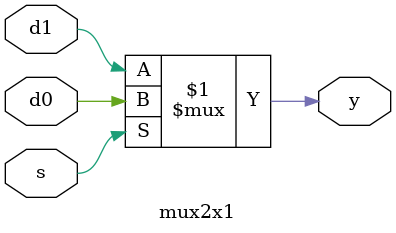
<source format=v>

module Question1(d0,d1,d2,d3,d4,d5,d6,d7, s0, s1, s2, y );
	
	input d0,d1,d2,d3,d4,d5,d6,d7, s0, s1, s2;
	output y;
	
	wire a1,a2,a3,a4;
	wire b1,b2;

	mux2x1 uut1(.d0(d0), .d1(d1), .s(s0), .y(a1));
	mux2x1 uut2(.d0(d2), .d1(d3), .s(s0), .y(a2));
	mux2x1 uut3(.d0(d4), .d1(d5), .s(s0), .y(a3));
	mux2x1 uut4(.d0(d6), .d1(d7), .s(s0), .y(a4));
	mux2x1 uut5(.d0(a1), .d1(a2), .s(s1), .y(b1));
	mux2x1 uut6(.d0(a3), .d1(a4), .s(s1), .y(b2));
	mux2x1 uut7(.d0(b1), .d1(b2), .s(s2), .y(y));
	
endmodule


module mux2x1(d0,d1,s,y);
	
	input d0, d1;
	input s;
	output y;
	
	assign y = s ? d0 : d1;

endmodule

</source>
